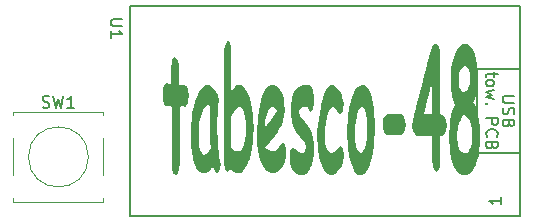
<source format=gbr>
%TF.GenerationSoftware,KiCad,Pcbnew,8.0.6*%
%TF.CreationDate,2024-12-01T20:43:42-07:00*%
%TF.ProjectId,newk-tabesque48,6e65776b-2d74-4616-9265-737175653438,rev?*%
%TF.SameCoordinates,Original*%
%TF.FileFunction,Legend,Top*%
%TF.FilePolarity,Positive*%
%FSLAX46Y46*%
G04 Gerber Fmt 4.6, Leading zero omitted, Abs format (unit mm)*
G04 Created by KiCad (PCBNEW 8.0.6) date 2024-12-01 20:43:42*
%MOMM*%
%LPD*%
G01*
G04 APERTURE LIST*
%ADD10C,0.800000*%
%ADD11C,0.150000*%
%ADD12C,0.120000*%
%ADD13C,1.397000*%
%ADD14C,1.750000*%
%ADD15C,3.987800*%
%ADD16C,3.300000*%
G04 APERTURE END LIST*
D10*
G36*
X221159153Y-36118081D02*
G01*
X221039474Y-36108311D01*
X220920650Y-36098542D01*
X220747739Y-36131338D01*
X220692405Y-36152275D01*
X220700044Y-36642767D01*
X220709060Y-37245531D01*
X220716740Y-37789754D01*
X220724462Y-38387708D01*
X220730097Y-38894190D01*
X220734480Y-39449592D01*
X220735148Y-39686469D01*
X220737712Y-40011312D01*
X220740277Y-40397216D01*
X220728015Y-40920144D01*
X220682715Y-41393483D01*
X220575425Y-41785679D01*
X220391498Y-41935946D01*
X220220016Y-41817340D01*
X220163253Y-41706357D01*
X220065637Y-41295681D01*
X220057252Y-41100635D01*
X220061099Y-40599632D01*
X220064091Y-40372792D01*
X220070515Y-39881720D01*
X220071784Y-39644948D01*
X220069113Y-39120742D01*
X220063603Y-38574916D01*
X220056716Y-38020098D01*
X220049703Y-37510814D01*
X220041355Y-36943369D01*
X220031671Y-36317764D01*
X220029042Y-36152275D01*
X219855359Y-36115030D01*
X219668267Y-36061278D01*
X219577681Y-36032596D01*
X219405877Y-35877404D01*
X219294779Y-35467021D01*
X219275919Y-35092261D01*
X219315311Y-34612710D01*
X219367388Y-34403496D01*
X219518209Y-34147843D01*
X219603327Y-34120175D01*
X219776374Y-34169634D01*
X219954027Y-34248555D01*
X220011945Y-34276490D01*
X220004251Y-33774571D01*
X219999977Y-33533992D01*
X219991685Y-33034656D01*
X219990574Y-32842785D01*
X220037039Y-32365586D01*
X220088881Y-32190656D01*
X220244220Y-31957042D01*
X220327384Y-31931759D01*
X220499289Y-32071249D01*
X220614935Y-32489720D01*
X220665985Y-33008073D01*
X220682655Y-33586700D01*
X220683002Y-33695192D01*
X220677873Y-34276490D01*
X220849537Y-34276490D01*
X220920650Y-34276490D01*
X221103615Y-34290916D01*
X221278033Y-34360740D01*
X221298494Y-34379072D01*
X221442750Y-34682544D01*
X221490647Y-35172234D01*
X221490835Y-35211940D01*
X221446390Y-35684731D01*
X221396802Y-35859184D01*
X221244438Y-36092798D01*
X221159153Y-36118081D01*
G37*
G36*
X223292912Y-34327667D02*
G01*
X223459408Y-34448500D01*
X223621245Y-34618022D01*
X223639928Y-34640412D01*
X223798877Y-34869084D01*
X223933699Y-35179826D01*
X224003239Y-35661347D01*
X223947674Y-36088772D01*
X223917541Y-36571457D01*
X223910061Y-36767767D01*
X223899692Y-37270688D01*
X223897238Y-37722757D01*
X223900347Y-38253431D01*
X223911513Y-38775195D01*
X223936892Y-39300317D01*
X223962207Y-39583887D01*
X224031851Y-40031765D01*
X224072482Y-40284864D01*
X224143007Y-40741598D01*
X224166516Y-40949205D01*
X224111698Y-41416777D01*
X224069063Y-41542715D01*
X223913518Y-41760890D01*
X223844237Y-41779630D01*
X223679064Y-41585658D01*
X223537647Y-41276139D01*
X223493749Y-41166581D01*
X223335147Y-41372775D01*
X223168952Y-41560375D01*
X223103937Y-41623315D01*
X222930439Y-41749711D01*
X222817562Y-41779630D01*
X222643762Y-41758164D01*
X222453825Y-41675732D01*
X222284204Y-41531476D01*
X222111991Y-41285039D01*
X221967429Y-40954452D01*
X221949035Y-40900356D01*
X221836117Y-40472764D01*
X221750933Y-39961490D01*
X221699993Y-39456652D01*
X221669429Y-38890333D01*
X221659916Y-38391982D01*
X222325169Y-38391982D01*
X222336439Y-38915959D01*
X222379716Y-39428869D01*
X222440574Y-39759742D01*
X222574123Y-40087574D01*
X222744525Y-40212462D01*
X222786788Y-40216476D01*
X222957997Y-40167396D01*
X223068888Y-40077258D01*
X223229573Y-39851715D01*
X223320214Y-39666930D01*
X223295811Y-39090106D01*
X223276457Y-38570470D01*
X223260258Y-38036506D01*
X223250160Y-37521574D01*
X223248407Y-37251368D01*
X223258665Y-36753113D01*
X223283496Y-36252405D01*
X223291149Y-36125408D01*
X223205664Y-36027711D01*
X223142405Y-35995960D01*
X222964730Y-36053147D01*
X222800038Y-36224708D01*
X222648329Y-36510644D01*
X222569656Y-36718919D01*
X222451471Y-37143550D01*
X222371965Y-37604118D01*
X222331138Y-38100620D01*
X222325169Y-38391982D01*
X221659916Y-38391982D01*
X221659524Y-38371436D01*
X221659241Y-38262533D01*
X221669676Y-37760428D01*
X221709747Y-37188442D01*
X221779871Y-36649772D01*
X221880049Y-36144418D01*
X221986488Y-35748740D01*
X222086666Y-35448856D01*
X222224615Y-35111114D01*
X222370786Y-34830616D01*
X222525181Y-34607363D01*
X222687799Y-34441354D01*
X222858639Y-34332590D01*
X223037703Y-34281070D01*
X223111631Y-34276490D01*
X223292912Y-34327667D01*
G37*
G36*
X224994768Y-30668422D02*
G01*
X225076433Y-31098929D01*
X225085479Y-31394424D01*
X225076931Y-31707055D01*
X225068382Y-32017244D01*
X225068382Y-34838249D01*
X225231885Y-34606051D01*
X225399249Y-34426990D01*
X225409467Y-34418151D01*
X225580238Y-34307617D01*
X225724907Y-34276490D01*
X225896186Y-34304516D01*
X226087726Y-34412135D01*
X226263999Y-34600470D01*
X226425004Y-34869518D01*
X226570743Y-35219282D01*
X226637887Y-35424431D01*
X226748283Y-35843489D01*
X226835838Y-36294661D01*
X226900553Y-36777947D01*
X226942427Y-37293347D01*
X226961461Y-37840861D01*
X226962730Y-38030503D01*
X226949446Y-38598110D01*
X226909596Y-39132229D01*
X226843178Y-39632860D01*
X226750193Y-40100003D01*
X226630641Y-40533658D01*
X226584886Y-40670768D01*
X226434229Y-41047608D01*
X226270769Y-41346481D01*
X226094506Y-41567387D01*
X225905441Y-41710326D01*
X225703573Y-41775299D01*
X225633438Y-41779630D01*
X225446687Y-41747173D01*
X225265345Y-41649800D01*
X225089413Y-41487512D01*
X224994010Y-41369302D01*
X224839015Y-41607439D01*
X224777733Y-41623315D01*
X224609938Y-41494615D01*
X224554618Y-41374187D01*
X224468064Y-40930428D01*
X224462294Y-40751368D01*
X224469133Y-40243343D01*
X224476819Y-39745870D01*
X224476826Y-39735318D01*
X224476826Y-37936748D01*
X225067105Y-37936748D01*
X225067346Y-38500148D01*
X225067821Y-39047965D01*
X225068382Y-39537481D01*
X225246140Y-39714581D01*
X225426360Y-39843381D01*
X225603582Y-39902414D01*
X225633438Y-39903845D01*
X225813574Y-39852087D01*
X225987233Y-39675590D01*
X226135235Y-39373838D01*
X226247662Y-38975455D01*
X226313421Y-38512424D01*
X226332705Y-38035387D01*
X226313715Y-37512772D01*
X226249681Y-37018352D01*
X226171994Y-36699379D01*
X226030182Y-36365988D01*
X225857355Y-36186469D01*
X225724907Y-36152275D01*
X225553136Y-36225739D01*
X225435968Y-36340342D01*
X225273880Y-36555152D01*
X225118819Y-36807304D01*
X225068382Y-36897216D01*
X225067280Y-37409029D01*
X225067105Y-37936748D01*
X224476826Y-37936748D01*
X224476826Y-31900007D01*
X224498540Y-31403536D01*
X224553763Y-31015848D01*
X224670663Y-30647652D01*
X224828170Y-30524920D01*
X224994768Y-30668422D01*
G37*
G36*
X228720629Y-34296943D02*
G01*
X228905531Y-34370407D01*
X229072587Y-34497298D01*
X229239195Y-34703915D01*
X229380759Y-34980673D01*
X229499970Y-35370240D01*
X229573768Y-35837965D01*
X229602152Y-36383848D01*
X229602507Y-36457579D01*
X229567556Y-36954560D01*
X229475126Y-37371300D01*
X229342545Y-37717815D01*
X229306728Y-37791145D01*
X229152264Y-38049746D01*
X228992928Y-38276005D01*
X228815307Y-38509562D01*
X228765608Y-38572722D01*
X227955211Y-39591214D01*
X228118166Y-39756078D01*
X228233892Y-39825688D01*
X228409777Y-39884306D01*
X228582961Y-39903540D01*
X228609171Y-39903845D01*
X228782609Y-39871194D01*
X228956918Y-39758328D01*
X229126288Y-39541059D01*
X229154565Y-39491075D01*
X229303973Y-39252287D01*
X229475134Y-39122268D01*
X229645770Y-39270464D01*
X229720850Y-39715053D01*
X229724750Y-39896518D01*
X229685514Y-40410239D01*
X229583107Y-40819157D01*
X229438718Y-41140146D01*
X229322971Y-41320454D01*
X229152375Y-41521344D01*
X228976543Y-41664836D01*
X228795475Y-41750932D01*
X228609171Y-41779630D01*
X228434745Y-41760489D01*
X228238877Y-41686987D01*
X228057676Y-41558359D01*
X227891140Y-41374605D01*
X227739271Y-41135724D01*
X227668836Y-40995611D01*
X227531713Y-40645561D01*
X227422960Y-40245709D01*
X227342577Y-39796054D01*
X227290565Y-39296596D01*
X227266923Y-38747336D01*
X227265347Y-38553182D01*
X227273152Y-38022801D01*
X227280167Y-37871745D01*
X227907339Y-37871745D01*
X228076990Y-37660274D01*
X228246140Y-37450235D01*
X228414789Y-37241627D01*
X228448459Y-37200077D01*
X228620702Y-36967228D01*
X228787498Y-36719837D01*
X228941083Y-36461481D01*
X228965643Y-36416057D01*
X228805619Y-36235738D01*
X228623622Y-36158715D01*
X228545057Y-36152275D01*
X228373803Y-36223220D01*
X228213359Y-36458304D01*
X228162084Y-36582143D01*
X228052129Y-36964993D01*
X227966544Y-37422147D01*
X227907339Y-37871745D01*
X227280167Y-37871745D01*
X227296569Y-37518537D01*
X227335596Y-37040391D01*
X227403036Y-36501092D01*
X227492956Y-35999402D01*
X227585061Y-35610056D01*
X227702244Y-35225874D01*
X227858841Y-34850809D01*
X228032870Y-34569510D01*
X228224330Y-34381977D01*
X228397195Y-34297327D01*
X228544202Y-34276490D01*
X228720629Y-34296943D01*
G37*
G36*
X231829391Y-36621221D02*
G01*
X231657189Y-36538475D01*
X231543016Y-36188912D01*
X231370884Y-36152848D01*
X231345546Y-36152275D01*
X231148867Y-36166615D01*
X230970838Y-36219592D01*
X230802983Y-36381711D01*
X230766812Y-36560161D01*
X230903054Y-36920419D01*
X231073356Y-37146344D01*
X231115591Y-37195192D01*
X231283038Y-37390195D01*
X231451120Y-37596645D01*
X231607251Y-37804824D01*
X231759293Y-38042715D01*
X231911884Y-38375343D01*
X232031436Y-38794437D01*
X232095810Y-39261057D01*
X232108072Y-39598542D01*
X232089664Y-40100499D01*
X232023547Y-40605471D01*
X231909344Y-41037170D01*
X231769972Y-41354800D01*
X231723389Y-41435248D01*
X231559365Y-41654303D01*
X231377603Y-41810771D01*
X231204010Y-41896340D01*
X231016836Y-41933990D01*
X230960863Y-41935946D01*
X230785419Y-41911023D01*
X230600792Y-41824870D01*
X230427017Y-41677180D01*
X230377001Y-41620872D01*
X230219174Y-41381667D01*
X230085303Y-41010962D01*
X230019425Y-40511173D01*
X230016254Y-40358137D01*
X230063517Y-39861585D01*
X230220128Y-39609938D01*
X230302629Y-39591214D01*
X230479209Y-39682806D01*
X230622343Y-39825688D01*
X230787112Y-39985972D01*
X230944621Y-40060161D01*
X231134939Y-40035968D01*
X231311352Y-39933765D01*
X231434670Y-39585683D01*
X231435305Y-39554578D01*
X231315662Y-39162346D01*
X231156580Y-38941383D01*
X231095929Y-38873140D01*
X230922822Y-38682202D01*
X230752467Y-38486137D01*
X230583447Y-38276301D01*
X230461631Y-38098891D01*
X230313154Y-37780154D01*
X230196825Y-37357346D01*
X230134187Y-36866533D01*
X230122255Y-36501542D01*
X230140257Y-35996790D01*
X230206764Y-35491042D01*
X230322277Y-35074821D01*
X230486795Y-34748124D01*
X230634310Y-34569581D01*
X230804265Y-34441354D01*
X230984970Y-34359208D01*
X231163627Y-34311123D01*
X231364223Y-34283646D01*
X231548145Y-34276490D01*
X231722720Y-34306722D01*
X231888850Y-34437490D01*
X231903763Y-34459672D01*
X232027828Y-34835675D01*
X232062610Y-35320268D01*
X232062765Y-35360928D01*
X232051597Y-35852000D01*
X231996900Y-36344302D01*
X231843749Y-36619991D01*
X231829391Y-36621221D01*
G37*
G36*
X233625431Y-41935946D02*
G01*
X233433300Y-41906064D01*
X233253130Y-41816419D01*
X233084922Y-41667011D01*
X232928674Y-41457840D01*
X232784388Y-41188906D01*
X232738951Y-41085981D01*
X232610543Y-40728919D01*
X232508703Y-40331843D01*
X232423466Y-39818014D01*
X232379188Y-39334242D01*
X232361476Y-38810455D01*
X232361107Y-38719267D01*
X232373039Y-38207932D01*
X232408832Y-37690585D01*
X232468488Y-37167228D01*
X232552006Y-36637860D01*
X232639833Y-36192129D01*
X232700483Y-35922687D01*
X232823743Y-35448441D01*
X232953098Y-35054575D01*
X233088546Y-34741091D01*
X233259129Y-34471011D01*
X233438487Y-34316680D01*
X233594656Y-34276490D01*
X233776754Y-34324687D01*
X233959478Y-34452152D01*
X234137920Y-34634983D01*
X234179373Y-34684376D01*
X234337591Y-34911863D01*
X234483914Y-35225984D01*
X234575514Y-35642969D01*
X234585427Y-35844529D01*
X234539265Y-36335457D01*
X234503361Y-36479561D01*
X234353193Y-36753966D01*
X234280246Y-36777537D01*
X234109916Y-36616031D01*
X234031484Y-36464906D01*
X233876346Y-36251193D01*
X233698831Y-36163266D01*
X233594656Y-36152275D01*
X233427035Y-36333196D01*
X233299893Y-36683961D01*
X233193731Y-37097495D01*
X233103224Y-37537590D01*
X233032313Y-37995839D01*
X232990090Y-38502922D01*
X232986858Y-38672861D01*
X233017049Y-39158747D01*
X233117094Y-39579226D01*
X233169795Y-39703566D01*
X233328439Y-39934447D01*
X233507436Y-40043097D01*
X233626285Y-40060161D01*
X233805163Y-39982003D01*
X233977252Y-39803400D01*
X234020371Y-39747530D01*
X234181771Y-39545114D01*
X234316149Y-39434899D01*
X234483503Y-39577478D01*
X234538410Y-39710893D01*
X234623431Y-40148012D01*
X234630734Y-40341040D01*
X234563296Y-40791112D01*
X234419641Y-41136773D01*
X234247255Y-41412958D01*
X234222116Y-41447460D01*
X234047620Y-41661173D01*
X233871492Y-41828612D01*
X233700856Y-41924020D01*
X233625431Y-41935946D01*
G37*
G36*
X236376051Y-34315817D02*
G01*
X236560700Y-34461108D01*
X236726532Y-34713456D01*
X236873548Y-35072860D01*
X236967039Y-35395122D01*
X237066300Y-35858394D01*
X237141181Y-36367715D01*
X237185961Y-36840925D01*
X237212828Y-37347968D01*
X237221784Y-37888842D01*
X237214501Y-38384018D01*
X237186531Y-38947532D01*
X237137584Y-39477558D01*
X237067660Y-39974096D01*
X236976759Y-40437146D01*
X236923442Y-40656113D01*
X236790075Y-41091056D01*
X236640660Y-41436011D01*
X236475196Y-41690978D01*
X236293684Y-41855956D01*
X236096124Y-41930946D01*
X236026704Y-41935946D01*
X235838198Y-41893520D01*
X235661636Y-41766245D01*
X235497019Y-41554118D01*
X235344347Y-41257141D01*
X235262468Y-41049344D01*
X235142756Y-40661971D01*
X235046485Y-40228917D01*
X234973656Y-39750182D01*
X234924268Y-39225766D01*
X234898322Y-38655669D01*
X234894883Y-38455485D01*
X234894969Y-38445715D01*
X235560811Y-38445715D01*
X235580104Y-38967675D01*
X235645160Y-39433072D01*
X235724087Y-39710893D01*
X235874450Y-39983417D01*
X236027559Y-40060161D01*
X236200182Y-39982556D01*
X236351534Y-39749743D01*
X236390870Y-39654718D01*
X236499343Y-39251946D01*
X236561894Y-38754377D01*
X236578082Y-38370000D01*
X236578470Y-37851824D01*
X236558405Y-37300918D01*
X236504189Y-36781825D01*
X236399382Y-36371998D01*
X236224806Y-36161797D01*
X236172029Y-36152275D01*
X235999356Y-36224260D01*
X235837570Y-36480307D01*
X235716088Y-36873862D01*
X235705280Y-36921640D01*
X235623029Y-37395953D01*
X235577882Y-37872227D01*
X235560952Y-38391433D01*
X235560811Y-38445715D01*
X234894969Y-38445715D01*
X234899892Y-37888393D01*
X234927741Y-37344829D01*
X234978431Y-36824792D01*
X235051961Y-36328283D01*
X235148332Y-35855301D01*
X235185532Y-35702868D01*
X235306839Y-35291949D01*
X235442087Y-34950677D01*
X235591277Y-34679052D01*
X235754408Y-34477075D01*
X235931480Y-34344745D01*
X236122494Y-34282062D01*
X236202803Y-34276490D01*
X236376051Y-34315817D01*
G37*
G36*
X239467475Y-38497006D02*
G01*
X239269310Y-38497006D01*
X239078261Y-38497006D01*
X238891275Y-38497006D01*
X238679036Y-38497006D01*
X238491063Y-38497006D01*
X238286927Y-38497006D01*
X238115022Y-38418772D01*
X238025343Y-38296727D01*
X237911475Y-37926738D01*
X237892842Y-37639714D01*
X237949905Y-37171584D01*
X238025343Y-36985143D01*
X238188908Y-36802068D01*
X238286927Y-36777537D01*
X238472995Y-36777537D01*
X238658558Y-36777537D01*
X238833575Y-36777537D01*
X238857112Y-36777537D01*
X239035081Y-36777537D01*
X239207069Y-36777537D01*
X239389893Y-36777537D01*
X239427297Y-36777537D01*
X239599202Y-36847184D01*
X239688881Y-36955834D01*
X239809508Y-37306826D01*
X239833351Y-37637272D01*
X239781900Y-38124536D01*
X239627546Y-38413964D01*
X239467475Y-38497006D01*
G37*
G36*
X242571004Y-30924856D02*
G01*
X242646662Y-31040272D01*
X242754461Y-31441785D01*
X242768906Y-31719267D01*
X242771470Y-36777537D01*
X242947716Y-36808974D01*
X243126019Y-36897063D01*
X243192056Y-36970489D01*
X243296086Y-37380416D01*
X243310026Y-37722757D01*
X243265146Y-38219791D01*
X243127088Y-38533643D01*
X242950615Y-38644840D01*
X242771470Y-38653322D01*
X242773875Y-39150661D01*
X242774249Y-39668151D01*
X242772592Y-40205790D01*
X242768906Y-40763580D01*
X242719378Y-41251303D01*
X242682566Y-41381515D01*
X242522762Y-41608202D01*
X242454321Y-41623315D01*
X242278810Y-41516282D01*
X242154856Y-41146292D01*
X242109549Y-40660020D01*
X242105542Y-40270210D01*
X242105542Y-38653322D01*
X241146401Y-38653322D01*
X240965480Y-38639392D01*
X240773251Y-38582804D01*
X240592330Y-38457439D01*
X240435532Y-38192779D01*
X240374471Y-37761836D01*
X240422087Y-37284179D01*
X240509537Y-36921640D01*
X240554438Y-36777537D01*
X241386613Y-36777537D01*
X242105542Y-36777537D01*
X242105542Y-33807544D01*
X242009161Y-34220047D01*
X241895049Y-34699183D01*
X241786410Y-35149362D01*
X241665458Y-35645815D01*
X241559831Y-36076293D01*
X241446323Y-36536385D01*
X241386613Y-36777537D01*
X240554438Y-36777537D01*
X240627429Y-36543286D01*
X240732653Y-36206009D01*
X240835809Y-35790719D01*
X240951655Y-35327650D01*
X241080190Y-34816801D01*
X241184918Y-34402309D01*
X241296784Y-33960940D01*
X241415788Y-33492695D01*
X241541929Y-32997573D01*
X241675208Y-32475576D01*
X241815624Y-31926702D01*
X241913201Y-31545855D01*
X242041312Y-31172335D01*
X242191628Y-30937156D01*
X242364151Y-30840318D01*
X242401320Y-30837551D01*
X242571004Y-30924856D01*
G37*
G36*
X245020386Y-30854975D02*
G01*
X245208800Y-30933972D01*
X245376959Y-31076339D01*
X245547542Y-31322525D01*
X245690555Y-31654965D01*
X245708735Y-31709498D01*
X245816072Y-32129290D01*
X245892741Y-32619302D01*
X245934670Y-33105665D01*
X245953118Y-33645790D01*
X245954077Y-33809986D01*
X245940973Y-34328964D01*
X245892564Y-34829385D01*
X245860898Y-35009219D01*
X245748272Y-35395733D01*
X245603792Y-35702878D01*
X245579652Y-35744390D01*
X245731467Y-36030347D01*
X245869378Y-36377534D01*
X245983669Y-36795254D01*
X246000239Y-36875234D01*
X246077325Y-37366630D01*
X246122293Y-37884341D01*
X246142849Y-38404540D01*
X246146418Y-38758346D01*
X246132293Y-39309267D01*
X246089918Y-39813475D01*
X246019292Y-40270973D01*
X245920417Y-40681759D01*
X245793291Y-41045833D01*
X245744638Y-41156811D01*
X245576492Y-41460400D01*
X245417129Y-41661270D01*
X245243701Y-41807358D01*
X245056209Y-41898663D01*
X244854651Y-41935185D01*
X244819691Y-41935946D01*
X244626388Y-41912332D01*
X244446549Y-41841492D01*
X244280174Y-41723426D01*
X244103086Y-41525992D01*
X243944324Y-41264278D01*
X243809285Y-40944024D01*
X243686380Y-40506364D01*
X243600782Y-39999749D01*
X243557104Y-39510624D01*
X243540835Y-38970838D01*
X243542246Y-38816965D01*
X244196505Y-38816965D01*
X244237050Y-39295595D01*
X244358973Y-39692031D01*
X244422186Y-39803706D01*
X244582420Y-39979017D01*
X244763925Y-40056154D01*
X244819691Y-40060161D01*
X244993866Y-40032225D01*
X245170113Y-39918738D01*
X245320780Y-39667321D01*
X245339440Y-39613196D01*
X245422146Y-39158294D01*
X245448746Y-38633122D01*
X245449715Y-38492122D01*
X245422307Y-38008635D01*
X245330754Y-37567803D01*
X245254809Y-37366162D01*
X245096375Y-37093612D01*
X244930108Y-36895863D01*
X244805158Y-36777537D01*
X244646744Y-36983769D01*
X244490049Y-37223957D01*
X244347814Y-37527362D01*
X244245311Y-37958179D01*
X244200531Y-38468914D01*
X244196505Y-38816965D01*
X243542246Y-38816965D01*
X243545497Y-38462545D01*
X243572850Y-37879666D01*
X243624120Y-37355104D01*
X243699307Y-36888861D01*
X243798412Y-36480934D01*
X243921435Y-36131326D01*
X244006728Y-35949554D01*
X243870827Y-35583821D01*
X243768305Y-35179053D01*
X243692010Y-34668662D01*
X243661015Y-34180246D01*
X243658187Y-33976071D01*
X244319604Y-33976071D01*
X244395897Y-34434020D01*
X244555581Y-34710033D01*
X244719613Y-34863789D01*
X244774384Y-34901752D01*
X244941520Y-34772494D01*
X245102981Y-34604665D01*
X245122308Y-34576909D01*
X245255711Y-34242873D01*
X245293278Y-33858835D01*
X245274231Y-33372949D01*
X245184973Y-32937090D01*
X245177873Y-32920942D01*
X245012945Y-32747599D01*
X244841062Y-32713336D01*
X244662285Y-32757729D01*
X244500964Y-32921737D01*
X244368323Y-33310176D01*
X244321039Y-33823162D01*
X244319604Y-33976071D01*
X243658187Y-33976071D01*
X243657950Y-33958974D01*
X243670632Y-33465957D01*
X243717487Y-32931792D01*
X243798866Y-32441807D01*
X243914770Y-31995999D01*
X244018696Y-31704613D01*
X244175834Y-31371772D01*
X244346551Y-31119107D01*
X244530850Y-30946618D01*
X244699629Y-30862583D01*
X244847901Y-30837551D01*
X245020386Y-30854975D01*
G37*
D11*
X209105667Y-36173200D02*
X209248524Y-36220819D01*
X209248524Y-36220819D02*
X209486619Y-36220819D01*
X209486619Y-36220819D02*
X209581857Y-36173200D01*
X209581857Y-36173200D02*
X209629476Y-36125580D01*
X209629476Y-36125580D02*
X209677095Y-36030342D01*
X209677095Y-36030342D02*
X209677095Y-35935104D01*
X209677095Y-35935104D02*
X209629476Y-35839866D01*
X209629476Y-35839866D02*
X209581857Y-35792247D01*
X209581857Y-35792247D02*
X209486619Y-35744628D01*
X209486619Y-35744628D02*
X209296143Y-35697009D01*
X209296143Y-35697009D02*
X209200905Y-35649390D01*
X209200905Y-35649390D02*
X209153286Y-35601771D01*
X209153286Y-35601771D02*
X209105667Y-35506533D01*
X209105667Y-35506533D02*
X209105667Y-35411295D01*
X209105667Y-35411295D02*
X209153286Y-35316057D01*
X209153286Y-35316057D02*
X209200905Y-35268438D01*
X209200905Y-35268438D02*
X209296143Y-35220819D01*
X209296143Y-35220819D02*
X209534238Y-35220819D01*
X209534238Y-35220819D02*
X209677095Y-35268438D01*
X210010429Y-35220819D02*
X210248524Y-36220819D01*
X210248524Y-36220819D02*
X210439000Y-35506533D01*
X210439000Y-35506533D02*
X210629476Y-36220819D01*
X210629476Y-36220819D02*
X210867572Y-35220819D01*
X211772333Y-36220819D02*
X211200905Y-36220819D01*
X211486619Y-36220819D02*
X211486619Y-35220819D01*
X211486619Y-35220819D02*
X211391381Y-35363676D01*
X211391381Y-35363676D02*
X211296143Y-35458914D01*
X211296143Y-35458914D02*
X211200905Y-35506533D01*
X215856680Y-28718845D02*
X215047157Y-28718845D01*
X215047157Y-28718845D02*
X214951919Y-28766464D01*
X214951919Y-28766464D02*
X214904300Y-28814083D01*
X214904300Y-28814083D02*
X214856680Y-28909321D01*
X214856680Y-28909321D02*
X214856680Y-29099797D01*
X214856680Y-29099797D02*
X214904300Y-29195035D01*
X214904300Y-29195035D02*
X214951919Y-29242654D01*
X214951919Y-29242654D02*
X215047157Y-29290273D01*
X215047157Y-29290273D02*
X215856680Y-29290273D01*
X214856680Y-30290273D02*
X214856680Y-29718845D01*
X214856680Y-30004559D02*
X215856680Y-30004559D01*
X215856680Y-30004559D02*
X215713823Y-29909321D01*
X215713823Y-29909321D02*
X215618585Y-29814083D01*
X215618585Y-29814083D02*
X215570966Y-29718845D01*
X247921319Y-43815035D02*
X247921319Y-44386463D01*
X247921319Y-44100749D02*
X246921319Y-44100749D01*
X246921319Y-44100749D02*
X247064176Y-44195987D01*
X247064176Y-44195987D02*
X247159414Y-44291225D01*
X247159414Y-44291225D02*
X247207033Y-44386463D01*
X249041680Y-35218845D02*
X248232157Y-35218845D01*
X248232157Y-35218845D02*
X248136919Y-35266464D01*
X248136919Y-35266464D02*
X248089300Y-35314083D01*
X248089300Y-35314083D02*
X248041680Y-35409321D01*
X248041680Y-35409321D02*
X248041680Y-35599797D01*
X248041680Y-35599797D02*
X248089300Y-35695035D01*
X248089300Y-35695035D02*
X248136919Y-35742654D01*
X248136919Y-35742654D02*
X248232157Y-35790273D01*
X248232157Y-35790273D02*
X249041680Y-35790273D01*
X248089300Y-36218845D02*
X248041680Y-36361702D01*
X248041680Y-36361702D02*
X248041680Y-36599797D01*
X248041680Y-36599797D02*
X248089300Y-36695035D01*
X248089300Y-36695035D02*
X248136919Y-36742654D01*
X248136919Y-36742654D02*
X248232157Y-36790273D01*
X248232157Y-36790273D02*
X248327395Y-36790273D01*
X248327395Y-36790273D02*
X248422633Y-36742654D01*
X248422633Y-36742654D02*
X248470252Y-36695035D01*
X248470252Y-36695035D02*
X248517871Y-36599797D01*
X248517871Y-36599797D02*
X248565490Y-36409321D01*
X248565490Y-36409321D02*
X248613109Y-36314083D01*
X248613109Y-36314083D02*
X248660728Y-36266464D01*
X248660728Y-36266464D02*
X248755966Y-36218845D01*
X248755966Y-36218845D02*
X248851204Y-36218845D01*
X248851204Y-36218845D02*
X248946442Y-36266464D01*
X248946442Y-36266464D02*
X248994061Y-36314083D01*
X248994061Y-36314083D02*
X249041680Y-36409321D01*
X249041680Y-36409321D02*
X249041680Y-36647416D01*
X249041680Y-36647416D02*
X248994061Y-36790273D01*
X248565490Y-37552178D02*
X248517871Y-37695035D01*
X248517871Y-37695035D02*
X248470252Y-37742654D01*
X248470252Y-37742654D02*
X248375014Y-37790273D01*
X248375014Y-37790273D02*
X248232157Y-37790273D01*
X248232157Y-37790273D02*
X248136919Y-37742654D01*
X248136919Y-37742654D02*
X248089300Y-37695035D01*
X248089300Y-37695035D02*
X248041680Y-37599797D01*
X248041680Y-37599797D02*
X248041680Y-37218845D01*
X248041680Y-37218845D02*
X249041680Y-37218845D01*
X249041680Y-37218845D02*
X249041680Y-37552178D01*
X249041680Y-37552178D02*
X248994061Y-37647416D01*
X248994061Y-37647416D02*
X248946442Y-37695035D01*
X248946442Y-37695035D02*
X248851204Y-37742654D01*
X248851204Y-37742654D02*
X248755966Y-37742654D01*
X248755966Y-37742654D02*
X248660728Y-37695035D01*
X248660728Y-37695035D02*
X248613109Y-37647416D01*
X248613109Y-37647416D02*
X248565490Y-37552178D01*
X248565490Y-37552178D02*
X248565490Y-37218845D01*
X247308347Y-33195036D02*
X247308347Y-33575988D01*
X247641680Y-33337893D02*
X246784538Y-33337893D01*
X246784538Y-33337893D02*
X246689300Y-33385512D01*
X246689300Y-33385512D02*
X246641680Y-33480750D01*
X246641680Y-33480750D02*
X246641680Y-33575988D01*
X246641680Y-34052179D02*
X246689300Y-33956941D01*
X246689300Y-33956941D02*
X246736919Y-33909322D01*
X246736919Y-33909322D02*
X246832157Y-33861703D01*
X246832157Y-33861703D02*
X247117871Y-33861703D01*
X247117871Y-33861703D02*
X247213109Y-33909322D01*
X247213109Y-33909322D02*
X247260728Y-33956941D01*
X247260728Y-33956941D02*
X247308347Y-34052179D01*
X247308347Y-34052179D02*
X247308347Y-34195036D01*
X247308347Y-34195036D02*
X247260728Y-34290274D01*
X247260728Y-34290274D02*
X247213109Y-34337893D01*
X247213109Y-34337893D02*
X247117871Y-34385512D01*
X247117871Y-34385512D02*
X246832157Y-34385512D01*
X246832157Y-34385512D02*
X246736919Y-34337893D01*
X246736919Y-34337893D02*
X246689300Y-34290274D01*
X246689300Y-34290274D02*
X246641680Y-34195036D01*
X246641680Y-34195036D02*
X246641680Y-34052179D01*
X247308347Y-34718846D02*
X246641680Y-34909322D01*
X246641680Y-34909322D02*
X247117871Y-35099798D01*
X247117871Y-35099798D02*
X246641680Y-35290274D01*
X246641680Y-35290274D02*
X247308347Y-35480750D01*
X246736919Y-35861703D02*
X246689300Y-35909322D01*
X246689300Y-35909322D02*
X246641680Y-35861703D01*
X246641680Y-35861703D02*
X246689300Y-35814084D01*
X246689300Y-35814084D02*
X246736919Y-35861703D01*
X246736919Y-35861703D02*
X246641680Y-35861703D01*
X246641680Y-37099798D02*
X247641680Y-37099798D01*
X247641680Y-37099798D02*
X247641680Y-37480750D01*
X247641680Y-37480750D02*
X247594061Y-37575988D01*
X247594061Y-37575988D02*
X247546442Y-37623607D01*
X247546442Y-37623607D02*
X247451204Y-37671226D01*
X247451204Y-37671226D02*
X247308347Y-37671226D01*
X247308347Y-37671226D02*
X247213109Y-37623607D01*
X247213109Y-37623607D02*
X247165490Y-37575988D01*
X247165490Y-37575988D02*
X247117871Y-37480750D01*
X247117871Y-37480750D02*
X247117871Y-37099798D01*
X246736919Y-38671226D02*
X246689300Y-38623607D01*
X246689300Y-38623607D02*
X246641680Y-38480750D01*
X246641680Y-38480750D02*
X246641680Y-38385512D01*
X246641680Y-38385512D02*
X246689300Y-38242655D01*
X246689300Y-38242655D02*
X246784538Y-38147417D01*
X246784538Y-38147417D02*
X246879776Y-38099798D01*
X246879776Y-38099798D02*
X247070252Y-38052179D01*
X247070252Y-38052179D02*
X247213109Y-38052179D01*
X247213109Y-38052179D02*
X247403585Y-38099798D01*
X247403585Y-38099798D02*
X247498823Y-38147417D01*
X247498823Y-38147417D02*
X247594061Y-38242655D01*
X247594061Y-38242655D02*
X247641680Y-38385512D01*
X247641680Y-38385512D02*
X247641680Y-38480750D01*
X247641680Y-38480750D02*
X247594061Y-38623607D01*
X247594061Y-38623607D02*
X247546442Y-38671226D01*
X247165490Y-39433131D02*
X247117871Y-39575988D01*
X247117871Y-39575988D02*
X247070252Y-39623607D01*
X247070252Y-39623607D02*
X246975014Y-39671226D01*
X246975014Y-39671226D02*
X246832157Y-39671226D01*
X246832157Y-39671226D02*
X246736919Y-39623607D01*
X246736919Y-39623607D02*
X246689300Y-39575988D01*
X246689300Y-39575988D02*
X246641680Y-39480750D01*
X246641680Y-39480750D02*
X246641680Y-39099798D01*
X246641680Y-39099798D02*
X247641680Y-39099798D01*
X247641680Y-39099798D02*
X247641680Y-39433131D01*
X247641680Y-39433131D02*
X247594061Y-39528369D01*
X247594061Y-39528369D02*
X247546442Y-39575988D01*
X247546442Y-39575988D02*
X247451204Y-39623607D01*
X247451204Y-39623607D02*
X247355966Y-39623607D01*
X247355966Y-39623607D02*
X247260728Y-39575988D01*
X247260728Y-39575988D02*
X247213109Y-39528369D01*
X247213109Y-39528369D02*
X247165490Y-39433131D01*
X247165490Y-39433131D02*
X247165490Y-39099798D01*
D12*
%TO.C,SW1*%
X206629000Y-36576000D02*
X206629000Y-36876000D01*
X206629000Y-36576000D02*
X214249000Y-36576000D01*
X206629000Y-38816000D02*
X206629000Y-41956000D01*
X206629000Y-43896000D02*
X206629000Y-44196000D01*
X214249000Y-36576000D02*
X214249000Y-36876000D01*
X214249000Y-38816000D02*
X214249000Y-41956000D01*
X214249000Y-43896000D02*
X214249000Y-44196000D01*
X214249000Y-44196000D02*
X206629000Y-44196000D01*
X212979000Y-40386000D02*
G75*
G02*
X207899000Y-40386000I-2540000J0D01*
G01*
X207899000Y-40386000D02*
G75*
G02*
X212979000Y-40386000I2540000J0D01*
G01*
D11*
%TO.C,U1*%
X245911500Y-32930750D02*
X249491500Y-32930750D01*
X245911500Y-40030750D02*
X245911500Y-32930750D01*
X245911500Y-40030750D02*
X249491500Y-40030750D01*
X249491500Y-27590750D02*
X216471500Y-27590750D01*
X216471500Y-45370750D01*
X249491500Y-45370750D01*
X249491500Y-27590750D01*
%TD*%
%LPC*%
D13*
%TO.C,SW1*%
X206629000Y-37846000D03*
X214249000Y-37846000D03*
X206629000Y-42926000D03*
X214249000Y-42926000D03*
%TD*%
D14*
%TO.C,MX33*%
X188849000Y-115062000D03*
D15*
X183769000Y-115062000D03*
D14*
X178689000Y-115062000D03*
D16*
X179959000Y-112522000D03*
X186309000Y-109982000D03*
%TD*%
D14*
%TO.C,MX31*%
X226949000Y-115062000D03*
D15*
X221869000Y-115062000D03*
D14*
X216789000Y-115062000D03*
D16*
X218059000Y-112522000D03*
X224409000Y-109982000D03*
%TD*%
D14*
%TO.C,MX44*%
X160274000Y-134112000D03*
D15*
X155194000Y-134112000D03*
D14*
X150114000Y-134112000D03*
D16*
X151384000Y-131572000D03*
X157734000Y-129032000D03*
%TD*%
D14*
%TO.C,MX4*%
X188849000Y-57912000D03*
D15*
X183769000Y-57912000D03*
D14*
X178689000Y-57912000D03*
D16*
X179959000Y-55372000D03*
X186309000Y-52832000D03*
%TD*%
D14*
%TO.C,MX12*%
X226949000Y-76962000D03*
D15*
X221869000Y-76962000D03*
D14*
X216789000Y-76962000D03*
D16*
X218059000Y-74422000D03*
X224409000Y-71882000D03*
%TD*%
D14*
%TO.C,MX37*%
X112649000Y-115062000D03*
D15*
X107569000Y-115062000D03*
D14*
X102489000Y-115062000D03*
D16*
X103759000Y-112522000D03*
X110109000Y-109982000D03*
%TD*%
D14*
%TO.C,MX20*%
X74549000Y-76962000D03*
D15*
X69469000Y-76962000D03*
D14*
X64389000Y-76962000D03*
D16*
X65659000Y-74422000D03*
X72009000Y-71882000D03*
%TD*%
D14*
%TO.C,MX39*%
X74549000Y-115062000D03*
D15*
X69469000Y-115062000D03*
D14*
X64389000Y-115062000D03*
D16*
X65659000Y-112522000D03*
X72009000Y-109982000D03*
%TD*%
D14*
%TO.C,MX3*%
X207899000Y-57912000D03*
D15*
X202819000Y-57912000D03*
D14*
X197739000Y-57912000D03*
D16*
X199009000Y-55372000D03*
X205359000Y-52832000D03*
%TD*%
D14*
%TO.C,MX13*%
X207899000Y-76962000D03*
D15*
X202819000Y-76962000D03*
D14*
X197739000Y-76962000D03*
D16*
X199009000Y-74422000D03*
X205359000Y-71882000D03*
%TD*%
D14*
%TO.C,MX2*%
X226949000Y-57912000D03*
D15*
X221869000Y-57912000D03*
D14*
X216789000Y-57912000D03*
D16*
X218059000Y-55372000D03*
X224409000Y-52832000D03*
%TD*%
D14*
%TO.C,MX7*%
X131699000Y-57912000D03*
D15*
X126619000Y-57912000D03*
D14*
X121539000Y-57912000D03*
D16*
X122809000Y-55372000D03*
X129159000Y-52832000D03*
%TD*%
D14*
%TO.C,MX1*%
X245999000Y-57912000D03*
D15*
X240919000Y-57912000D03*
D14*
X235839000Y-57912000D03*
D16*
X237109000Y-55372000D03*
X243459000Y-52832000D03*
%TD*%
D14*
%TO.C,MX19*%
X93599000Y-76962000D03*
D15*
X88519000Y-76962000D03*
D14*
X83439000Y-76962000D03*
D16*
X84709000Y-74422000D03*
X91059000Y-71882000D03*
%TD*%
D14*
%TO.C,MX40*%
X245999000Y-134112000D03*
D15*
X240919000Y-134112000D03*
D14*
X235839000Y-134112000D03*
D16*
X237109000Y-131572000D03*
X243459000Y-129032000D03*
%TD*%
D14*
%TO.C,MX36*%
X131699000Y-115062000D03*
D15*
X126619000Y-115062000D03*
D14*
X121539000Y-115062000D03*
D16*
X122809000Y-112522000D03*
X129159000Y-109982000D03*
%TD*%
D14*
%TO.C,MX46*%
X112649000Y-134112000D03*
D15*
X107569000Y-134112000D03*
D14*
X102489000Y-134112000D03*
D16*
X103759000Y-131572000D03*
X110109000Y-129032000D03*
%TD*%
D14*
%TO.C,MX16*%
X150749000Y-76962000D03*
D15*
X145669000Y-76962000D03*
D14*
X140589000Y-76962000D03*
D16*
X141859000Y-74422000D03*
X148209000Y-71882000D03*
%TD*%
D14*
%TO.C,MX41*%
X226949000Y-134112000D03*
D15*
X221869000Y-134112000D03*
D14*
X216789000Y-134112000D03*
D16*
X218059000Y-131572000D03*
X224409000Y-129032000D03*
%TD*%
D14*
%TO.C,MX17*%
X131699000Y-76962000D03*
D15*
X126619000Y-76962000D03*
D14*
X121539000Y-76962000D03*
D16*
X122809000Y-74422000D03*
X129159000Y-71882000D03*
%TD*%
D14*
%TO.C,MX9*%
X93599000Y-57912000D03*
D15*
X88519000Y-57912000D03*
D14*
X83439000Y-57912000D03*
D16*
X84709000Y-55372000D03*
X91059000Y-52832000D03*
%TD*%
D14*
%TO.C,MX25*%
X160274000Y-96012000D03*
D15*
X155194000Y-96012000D03*
D14*
X150114000Y-96012000D03*
D16*
X151384000Y-93472000D03*
X157734000Y-90932000D03*
%TD*%
D14*
%TO.C,MX10*%
X74549000Y-57912000D03*
D15*
X69469000Y-57912000D03*
D14*
X64389000Y-57912000D03*
D16*
X65659000Y-55372000D03*
X72009000Y-52832000D03*
%TD*%
D14*
%TO.C,MX5*%
X169799000Y-57912000D03*
D15*
X164719000Y-57912000D03*
D14*
X159639000Y-57912000D03*
D16*
X160909000Y-55372000D03*
X167259000Y-52832000D03*
%TD*%
D14*
%TO.C,MX23*%
X198374000Y-96012000D03*
D15*
X193294000Y-96012000D03*
D14*
X188214000Y-96012000D03*
D16*
X189484000Y-93472000D03*
X195834000Y-90932000D03*
%TD*%
D14*
%TO.C,MX24*%
X179324000Y-96012000D03*
D15*
X174244000Y-96012000D03*
D14*
X169164000Y-96012000D03*
D16*
X170434000Y-93472000D03*
X176784000Y-90932000D03*
%TD*%
D14*
%TO.C,MX27*%
X122174000Y-96012000D03*
D15*
X117094000Y-96012000D03*
D14*
X112014000Y-96012000D03*
D16*
X113284000Y-93472000D03*
X119634000Y-90932000D03*
%TD*%
D14*
%TO.C,MX47*%
X93599000Y-134112000D03*
D15*
X88519000Y-134112000D03*
D14*
X83439000Y-134112000D03*
D16*
X84709000Y-131572000D03*
X91059000Y-129032000D03*
%TD*%
D14*
%TO.C,MX30*%
X245999000Y-115062000D03*
D15*
X240919000Y-115062000D03*
D14*
X235839000Y-115062000D03*
D16*
X237109000Y-112522000D03*
X243459000Y-109982000D03*
%TD*%
D14*
%TO.C,MX14*%
X188849000Y-76962000D03*
D15*
X183769000Y-76962000D03*
D14*
X178689000Y-76962000D03*
D16*
X179959000Y-74422000D03*
X186309000Y-71882000D03*
%TD*%
D14*
%TO.C,MX11*%
X245999000Y-76962000D03*
D15*
X240919000Y-76962000D03*
D14*
X235839000Y-76962000D03*
D16*
X237109000Y-74422000D03*
X243459000Y-71882000D03*
%TD*%
D14*
%TO.C,MX22*%
X217424000Y-96012000D03*
D15*
X212344000Y-96012000D03*
D14*
X207264000Y-96012000D03*
D16*
X208534000Y-93472000D03*
X214884000Y-90932000D03*
%TD*%
D14*
%TO.C,MX15*%
X169799000Y-76962000D03*
D15*
X164719000Y-76962000D03*
D14*
X159639000Y-76962000D03*
D16*
X160909000Y-74422000D03*
X167259000Y-71882000D03*
%TD*%
D14*
%TO.C,MX43*%
X184324000Y-134112000D03*
D15*
X179244000Y-134112000D03*
D14*
X174164000Y-134112000D03*
D16*
X175434000Y-131572000D03*
X181784000Y-129032000D03*
%TD*%
D14*
%TO.C,MX35*%
X150749000Y-115062000D03*
D15*
X145669000Y-115062000D03*
D14*
X140589000Y-115062000D03*
D16*
X141859000Y-112522000D03*
X148209000Y-109982000D03*
%TD*%
D14*
%TO.C,MX29*%
X84074000Y-96012000D03*
D15*
X78994000Y-96012000D03*
D14*
X73914000Y-96012000D03*
D16*
X75184000Y-93472000D03*
X81534000Y-90932000D03*
%TD*%
D14*
%TO.C,MX34*%
X169799000Y-115062000D03*
D15*
X164719000Y-115062000D03*
D14*
X159639000Y-115062000D03*
D16*
X160909000Y-112522000D03*
X167259000Y-109982000D03*
%TD*%
D14*
%TO.C,MX8*%
X112649000Y-57912000D03*
D15*
X107569000Y-57912000D03*
D14*
X102489000Y-57912000D03*
D16*
X103759000Y-55372000D03*
X110109000Y-52832000D03*
%TD*%
D14*
%TO.C,MX26*%
X141224000Y-96012000D03*
D15*
X136144000Y-96012000D03*
D14*
X131064000Y-96012000D03*
D16*
X132334000Y-93472000D03*
X138684000Y-90932000D03*
%TD*%
D14*
%TO.C,MX48*%
X74549000Y-134112000D03*
D15*
X69469000Y-134112000D03*
D14*
X64389000Y-134112000D03*
D16*
X65659000Y-131572000D03*
X72009000Y-129032000D03*
%TD*%
D14*
%TO.C,MX6*%
X150749000Y-57912000D03*
D15*
X145669000Y-57912000D03*
D14*
X140589000Y-57912000D03*
D16*
X141859000Y-55372000D03*
X148209000Y-52832000D03*
%TD*%
D14*
%TO.C,MX28*%
X103124000Y-96012000D03*
D15*
X98044000Y-96012000D03*
D14*
X92964000Y-96012000D03*
D16*
X94234000Y-93472000D03*
X100584000Y-90932000D03*
%TD*%
D14*
%TO.C,MX38*%
X93599000Y-115062000D03*
D15*
X88519000Y-115062000D03*
D14*
X83439000Y-115062000D03*
D16*
X84709000Y-112522000D03*
X91059000Y-109982000D03*
%TD*%
D14*
%TO.C,MX18*%
X112649000Y-76962000D03*
D15*
X107569000Y-76962000D03*
D14*
X102489000Y-76962000D03*
D16*
X103759000Y-74422000D03*
X110109000Y-71882000D03*
%TD*%
D14*
%TO.C,MX45*%
X136461500Y-134112000D03*
D15*
X131381500Y-134112000D03*
D14*
X126301500Y-134112000D03*
D16*
X127571500Y-131572000D03*
X133921500Y-129032000D03*
%TD*%
D14*
%TO.C,MX32*%
X207899000Y-115062000D03*
D15*
X202819000Y-115062000D03*
D14*
X197739000Y-115062000D03*
D16*
X199009000Y-112522000D03*
X205359000Y-109982000D03*
%TD*%
D14*
%TO.C,MX21*%
X236474000Y-96012000D03*
D15*
X231394000Y-96012000D03*
D14*
X226314000Y-96012000D03*
D16*
X227584000Y-93472000D03*
X233934000Y-90932000D03*
%TD*%
D14*
%TO.C,MX42*%
X207899000Y-134112000D03*
D15*
X202819000Y-134112000D03*
D14*
X197739000Y-134112000D03*
D16*
X199009000Y-131572000D03*
X205359000Y-129032000D03*
%TD*%
%LPD*%
M02*

</source>
